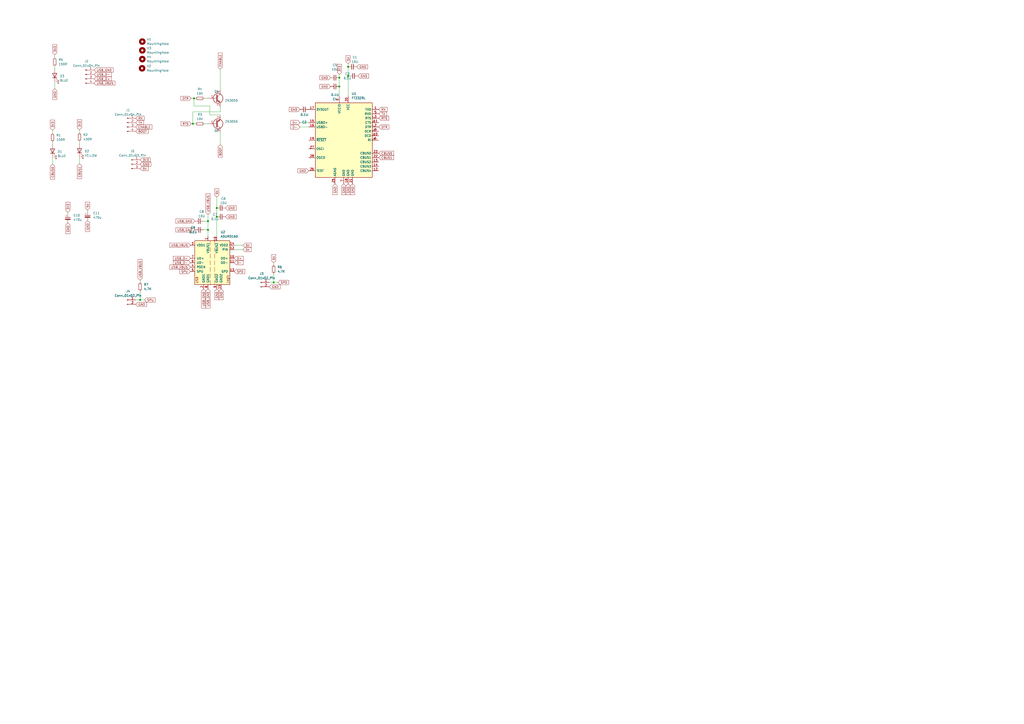
<source format=kicad_sch>
(kicad_sch (version 20231120) (generator "eeschema") (generator_version "8.0")
  (paper "A2")
  (lib_symbols
    (symbol "Connector:Conn_01x02_Pin" (pin_names (offset 1.016) hide)
      (property "Reference" "J" (at 0 2.54 0))
      (property "Value" "Conn_01x02_Pin" (at 0 -5.08 0))
      (symbol "Conn_01x02_Pin_1_1"
        (polyline (pts (xy 1.27 -2.54) (xy 0.8636 -2.54)) (stroke (width 0.1524)))
        (polyline (pts (xy 1.27 0) (xy 0.8636 0)) (stroke (width 0.1524)))
        (rectangle (start 0.8636 -2.413) (end 0 -2.667) (stroke (width 0.1524)) (fill (type outline)))
        (rectangle (start 0.8636 0.127) (end 0 -0.127) (stroke (width 0.1524)) (fill (type outline)))
        (pin passive line (at 5.08 0 180) (length 3.81) (name "Pin_1") (number "1"))
        (pin passive line (at 5.08 -2.54 180) (length 3.81) (name "Pin_2") (number "2"))
      )
    )
    (symbol "Connector:Conn_01x03_Pin" (pin_names (offset 1.016) hide)
      (property "Reference" "J" (at 0 5.08 0))
      (property "Value" "Conn_01x03_Pin" (at 0 -5.08 0))
      (symbol "Conn_01x03_Pin_1_1"
        (polyline (pts (xy 1.27 -2.54) (xy 0.8636 -2.54)) (stroke (width 0.1524)))
        (polyline (pts (xy 1.27 0) (xy 0.8636 0)) (stroke (width 0.1524)))
        (polyline (pts (xy 1.27 2.54) (xy 0.8636 2.54)) (stroke (width 0.1524)))
        (rectangle (start 0.8636 -2.413) (end 0 -2.667) (stroke (width 0.1524)) (fill (type outline)))
        (rectangle (start 0.8636 0.127) (end 0 -0.127) (stroke (width 0.1524)) (fill (type outline)))
        (rectangle (start 0.8636 2.667) (end 0 2.413) (stroke (width 0.1524)) (fill (type outline)))
        (pin passive line (at 5.08 2.54 180) (length 3.81) (name "Pin_1") (number "1"))
        (pin passive line (at 5.08 0 180) (length 3.81) (name "Pin_2") (number "2"))
        (pin passive line (at 5.08 -2.54 180) (length 3.81) (name "Pin_3") (number "3"))
      )
    )
    (symbol "Connector:Conn_01x04_Pin" (pin_names (offset 1.016) hide)
      (property "Reference" "J" (at 0 5.08 0))
      (property "Value" "Conn_01x04_Pin" (at 0 -7.62 0))
      (symbol "Conn_01x04_Pin_1_1"
        (polyline (pts (xy 1.27 -5.08) (xy 0.8636 -5.08)) (stroke (width 0.1524)))
        (polyline (pts (xy 1.27 -2.54) (xy 0.8636 -2.54)) (stroke (width 0.1524)))
        (polyline (pts (xy 1.27 0) (xy 0.8636 0)) (stroke (width 0.1524)))
        (polyline (pts (xy 1.27 2.54) (xy 0.8636 2.54)) (stroke (width 0.1524)))
        (rectangle (start 0.8636 -4.953) (end 0 -5.207) (stroke (width 0.1524)) (fill (type outline)))
        (rectangle (start 0.8636 -2.413) (end 0 -2.667) (stroke (width 0.1524)) (fill (type outline)))
        (rectangle (start 0.8636 0.127) (end 0 -0.127) (stroke (width 0.1524)) (fill (type outline)))
        (rectangle (start 0.8636 2.667) (end 0 2.413) (stroke (width 0.1524)) (fill (type outline)))
        (pin passive line (at 5.08 2.54 180) (length 3.81) (name "Pin_1") (number "1"))
        (pin passive line (at 5.08 0 180) (length 3.81) (name "Pin_2") (number "2"))
        (pin passive line (at 5.08 -2.54 180) (length 3.81) (name "Pin_3") (number "3"))
        (pin passive line (at 5.08 -5.08 180) (length 3.81) (name "Pin_4") (number "4"))
      )
    )
    (symbol "Device:C_Polarized_Small" (pin_numbers hide) (pin_names (offset 0.254) hide)
      (property "Reference" "C" (at 0.254 1.778 0))
      (property "Value" "C_Polarized_Small" (at 0.254 -2.032 0))
      (symbol "C_Polarized_Small_0_1"
        (rectangle (start -1.524 -0.3048) (end 1.524 -0.6858) (fill (type outline)))
        (rectangle (start -1.524 0.6858) (end 1.524 0.3048))
        (polyline (pts (xy -1.27 1.524) (xy -0.762 1.524)))
        (polyline (pts (xy -1.016 1.27) (xy -1.016 1.778)))
      )
      (symbol "C_Polarized_Small_1_1"
        (pin passive line (at 0 2.54 270) (length 1.8542) (name "~") (number "1"))
        (pin passive line (at 0 -2.54 90) (length 1.8542) (name "~") (number "2"))
      )
    )
    (symbol "Device:C_Small" (pin_numbers hide) (pin_names (offset 0.254) hide)
      (property "Reference" "C" (at 0.254 1.778 0))
      (property "Value" "C_Small" (at 0.254 -2.032 0))
      (symbol "C_Small_0_1"
        (polyline (pts (xy -1.524 -0.508) (xy 1.524 -0.508)) (stroke (width 0.3302)))
        (polyline (pts (xy -1.524 0.508) (xy 1.524 0.508)) (stroke (width 0.3048)))
      )
      (symbol "C_Small_1_1"
        (pin passive line (at 0 2.54 270) (length 2.032) (name "~") (number "1"))
        (pin passive line (at 0 -2.54 90) (length 2.032) (name "~") (number "2"))
      )
    )
    (symbol "Device:LED" (pin_numbers hide) (pin_names (offset 1.016) hide)
      (property "Reference" "D" (at 0 2.54 0))
      (property "Value" "LED" (at 0 -2.54 0))
      (symbol "LED_0_1"
        (polyline (pts (xy -1.27 -1.27) (xy -1.27 1.27)) (stroke (width 0.254)))
        (polyline (pts (xy -1.27 0) (xy 1.27 0)))
        (polyline (pts (xy 1.27 -1.27) (xy 1.27 1.27) (xy -1.27 0) (xy 1.27 -1.27)) (stroke (width 0.254)))
        (polyline (pts (xy -3.048 -0.762) (xy -4.572 -2.286) (xy -3.81 -2.286) (xy -4.572 -2.286) (xy -4.572 -1.524)))
        (polyline (pts (xy -1.778 -0.762) (xy -3.302 -2.286) (xy -2.54 -2.286) (xy -3.302 -2.286) (xy -3.302 -1.524)))
      )
      (symbol "LED_1_1"
        (pin passive line (at -3.81 0 0) (length 2.54) (name "K") (number "1"))
        (pin passive line (at 3.81 0 180) (length 2.54) (name "A") (number "2"))
      )
    )
    (symbol "Device:R_Small" (pin_numbers hide) (pin_names (offset 0.254) hide)
      (property "Reference" "R" (at 0.762 0.508 0))
      (property "Value" "R_Small" (at 0.762 -1.016 0))
      (symbol "R_Small_0_1"
        (rectangle (start -0.762 1.778) (end 0.762 -1.778) (stroke (width 0.2032)))
      )
      (symbol "R_Small_1_1"
        (pin passive line (at 0 2.54 270) (length 0.762) (name "~") (number "1"))
        (pin passive line (at 0 -2.54 90) (length 0.762) (name "~") (number "2"))
      )
    )
    (symbol "Interface_USB:ADUM3160" (pin_names (offset 1.016))
      (property "Reference" "U" (at -10.16 13.97 0))
      (property "Value" "ADUM3160" (at 3.81 13.97 0))
      (symbol "ADUM3160_0_0"
        (text "Logic" (at 8.89 -12.065 900) (effects (font (size 1.27 1.27)) (justify left)))
      )
      (symbol "ADUM3160_0_1"
        (rectangle (start -10.16 12.7) (end 10.16 -12.7) (stroke (width 0.254)) (fill (type background)))
        (polyline (pts (xy -1.27 -10.16) (xy -1.27 -12.7)))
        (polyline (pts (xy -1.27 -6.35) (xy -1.27 -8.89)))
        (polyline (pts (xy -1.27 -2.54) (xy -1.27 -5.08)))
        (polyline (pts (xy -1.27 1.27) (xy -1.27 -1.27)))
        (polyline (pts (xy -1.27 5.08) (xy -1.27 2.54)))
        (polyline (pts (xy -1.27 8.89) (xy -1.27 6.35)))
        (polyline (pts (xy -1.27 12.7) (xy -1.27 10.16)))
        (polyline (pts (xy 1.27 -10.16) (xy 1.27 -12.7)))
        (polyline (pts (xy 1.27 -6.35) (xy 1.27 -8.89)))
        (polyline (pts (xy 1.27 -2.54) (xy 1.27 -5.08)))
        (polyline (pts (xy 1.27 1.27) (xy 1.27 -1.27)))
        (polyline (pts (xy 1.27 5.08) (xy 1.27 2.54)))
        (polyline (pts (xy 1.27 8.89) (xy 1.27 6.35)))
        (polyline (pts (xy 1.27 12.7) (xy 1.27 10.16)))
      )
      (symbol "ADUM3160_1_0"
        (text "USB" (at -8.89 -12.065 900) (effects (font (size 1.27 1.27)) (justify left)))
      )
      (symbol "ADUM3160_1_1"
        (pin power_in line (at -2.54 15.24 270) (length 2.54) (name "VBUS1") (number "1"))
        (pin bidirectional line (at 12.7 2.54 180) (length 2.54) (name "DD+") (number "10"))
        (pin bidirectional line (at 12.7 0 180) (length 2.54) (name "DD-") (number "11"))
        (pin input line (at 12.7 7.62 180) (length 2.54) (name "PIN") (number "12"))
        (pin input line (at 12.7 -5.08 180) (length 2.54) (name "SPD") (number "13"))
        (pin power_in line (at 12.7 10.16 180) (length 2.54) (name "VDD2") (number "14"))
        (pin power_in line (at 5.08 -15.24 90) (length 2.54) (name "GND2") (number "15"))
        (pin power_in line (at 2.54 15.24 270) (length 2.54) (name "VBUS2") (number "16"))
        (pin power_in line (at -5.08 -15.24 90) (length 2.54) (name "GND1") (number "2"))
        (pin power_in line (at -12.7 10.16 0) (length 2.54) (name "VDD1") (number "3"))
        (pin input line (at -12.7 -2.54 0) (length 2.54) (name "PDEN") (number "4"))
        (pin input line (at -12.7 -5.08 0) (length 2.54) (name "SPU") (number "5"))
        (pin bidirectional line (at -12.7 0 0) (length 2.54) (name "UD-") (number "6"))
        (pin bidirectional line (at -12.7 2.54 0) (length 2.54) (name "UD+") (number "7"))
        (pin power_in line (at -2.54 -15.24 90) (length 2.54) (name "GND1") (number "8"))
        (pin power_in line (at 2.54 -15.24 90) (length 2.54) (name "GND2") (number "9"))
      )
    )
    (symbol "Interface_USB:FT232RL"
      (property "Reference" "U" (at -16.51 22.86 0))
      (property "Value" "FT232RL" (at 10.16 22.86 0))
      (symbol "FT232RL_0_1"
        (rectangle (start -16.51 21.59) (end 16.51 -21.59) (stroke (width 0.254)) (fill (type background)))
      )
      (symbol "FT232RL_1_1"
        (pin output line (at 20.32 17.78 180) (length 3.81) (name "TXD") (number "1"))
        (pin input input_low (at 20.32 2.54 180) (length 3.81) (name "DCD") (number "10"))
        (pin input input_low (at 20.32 10.16 180) (length 3.81) (name "CTS") (number "11"))
        (pin bidirectional line (at 20.32 -17.78 180) (length 3.81) (name "CBUS4") (number "12"))
        (pin bidirectional line (at 20.32 -12.7 180) (length 3.81) (name "CBUS2") (number "13"))
        (pin bidirectional line (at 20.32 -15.24 180) (length 3.81) (name "CBUS3") (number "14"))
        (pin bidirectional line (at -20.32 10.16 0) (length 3.81) (name "USBD+") (number "15"))
        (pin bidirectional line (at -20.32 7.62 0) (length 3.81) (name "USBD-") (number "16"))
        (pin power_out line (at -20.32 17.78 0) (length 3.81) (name "3V3OUT") (number "17"))
        (pin power_in line (at 2.54 -25.4 90) (length 3.81) (name "GND") (number "18"))
        (pin input line (at -20.32 0 0) (length 3.81) (name "~{RESET}") (number "19"))
        (pin output output_low (at 20.32 7.62 180) (length 3.81) (name "DTR") (number "2"))
        (pin power_in line (at 2.54 25.4 270) (length 3.81) (name "VCC") (number "20"))
        (pin power_in line (at 5.08 -25.4 90) (length 3.81) (name "GND") (number "21"))
        (pin bidirectional line (at 20.32 -10.16 180) (length 3.81) (name "CBUS1") (number "22"))
        (pin bidirectional line (at 20.32 -7.62 180) (length 3.81) (name "CBUS0") (number "23"))
        (pin power_in line (at -5.08 -25.4 90) (length 3.81) (name "AGND") (number "25"))
        (pin input line (at -20.32 -17.78 0) (length 3.81) (name "TEST") (number "26"))
        (pin input line (at -20.32 -5.08 0) (length 3.81) (name "OSCI") (number "27"))
        (pin output line (at -20.32 -10.16 0) (length 3.81) (name "OSCO") (number "28"))
        (pin output output_low (at 20.32 12.7 180) (length 3.81) (name "RTS") (number "3"))
        (pin power_in line (at -2.54 25.4 270) (length 3.81) (name "VCCIO") (number "4"))
        (pin input line (at 20.32 15.24 180) (length 3.81) (name "RXD") (number "5"))
        (pin input input_low (at 20.32 0 180) (length 3.81) (name "RI") (number "6"))
        (pin power_in line (at 0 -25.4 90) (length 3.81) (name "GND") (number "7"))
        (pin input input_low (at 20.32 5.08 180) (length 3.81) (name "DCR") (number "9"))
      )
    )
    (symbol "Mechanical:MountingHole" (pin_names (offset 1.016))
      (property "Reference" "H" (at 0 5.08 0))
      (property "Value" "MountingHole" (at 0 3.175 0))
      (symbol "MountingHole_0_1"
        (circle (center 0 0) (radius 1.27) (stroke (width 1.27)))
      )
    )
    (symbol "Transistor_BJT:2N3055" (pin_names (offset 0) hide)
      (property "Reference" "Q" (at 5.08 1.905 0))
      (property "Value" "2N3055" (at 5.08 0 0))
      (symbol "2N3055_0_1"
        (polyline (pts (xy 0.635 0.635) (xy 2.54 2.54)))
        (polyline (pts (xy 0.635 -0.635) (xy 2.54 -2.54) (xy 2.54 -2.54)))
        (polyline (pts (xy 0.635 1.905) (xy 0.635 -1.905) (xy 0.635 -1.905)) (stroke (width 0.508)))
        (polyline (pts (xy 1.27 -1.778) (xy 1.778 -1.27) (xy 2.286 -2.286) (xy 1.27 -1.778) (xy 1.27 -1.778)) (fill (type outline)))
        (circle (center 1.27 0) (radius 2.8194) (stroke (width 0.254)))
      )
      (symbol "2N3055_1_1"
        (pin input line (at -5.08 0 0) (length 5.715) (name "B") (number "1"))
        (pin passive line (at 2.54 -5.08 90) (length 2.54) (name "E") (number "2"))
        (pin passive line (at 2.54 5.08 270) (length 2.54) (name "C") (number "3"))
      )
    )
  )
  (junction (at 111.8931 71.7787))
  (junction (at 125.73 120.65))
  (junction (at 201.93 44.069))
  (junction (at 158.75 163.83))
  (junction (at 201.93 38.735))
  (junction (at 120.65 128.27))
  (junction (at 81.28 173.99))
  (junction (at 196.85 45.085))
  (junction (at 125.73 125.73))
  (junction (at 120.65 133.35))
  (junction (at 196.85 50.165))
  (junction (at 112.5281 57.0467))
  (wire (pts (xy 46.101 94.996) (xy 46.101 91.186)))
  (wire (pts (xy 121.6721 66.6987) (xy 121.6721 61.4917)))
  (wire (pts (xy 120.65 128.27) (xy 120.65 133.35)))
  (wire (pts (xy 173.99 73.66) (xy 179.07 73.66)))
  (wire (pts (xy 202.565 44.069) (xy 201.93 44.069)))
  (wire (pts (xy 30.48 77.216) (xy 30.48 75.565)))
  (wire (pts (xy 196.85 45.085) (xy 196.85 50.165)))
  (wire (pts (xy 46.101 83.566) (xy 46.101 82.042)))
  (wire (pts (xy 125.73 120.65) (xy 125.73 125.73)))
  (wire (pts (xy 30.48 95.25) (xy 30.48 91.44)))
  (wire (pts (xy 30.48 83.82) (xy 30.48 82.296)))
  (wire (pts (xy 111.8931 64.9207) (xy 127.7681 64.9207)))
  (wire (pts (xy 173.99 71.12) (xy 179.07 71.12)))
  (wire (pts (xy 31.75 40.005) (xy 31.75 38.481)))
  (wire (pts (xy 127.7681 40.1557) (xy 127.7681 51.9667)))
  (wire (pts (xy 158.75 158.75) (xy 158.75 163.83)))
  (wire (pts (xy 112.5281 57.0467) (xy 113.4171 57.0467)))
  (wire (pts (xy 31.75 33.401) (xy 31.75 31.75)))
  (wire (pts (xy 118.4971 57.0467) (xy 120.1481 57.0467)))
  (wire (pts (xy 140.97 144.78) (xy 135.89 144.78)))
  (wire (pts (xy 196.85 43.18) (xy 196.85 45.085)))
  (wire (pts (xy 161.29 163.83) (xy 158.75 163.83)))
  (wire (pts (xy 31.75 51.435) (xy 31.75 47.625)))
  (wire (pts (xy 158.75 163.83) (xy 156.21 163.83)))
  (wire (pts (xy 120.65 133.35) (xy 120.65 137.16)))
  (wire (pts (xy 81.28 162.56) (xy 81.28 163.83)))
  (wire (pts (xy 112.5281 57.0467) (xy 112.5281 61.4917)))
  (wire (pts (xy 118.11 133.35) (xy 120.65 133.35)))
  (wire (pts (xy 81.28 168.91) (xy 81.28 173.99)))
  (wire (pts (xy 46.101 76.962) (xy 46.101 75.311)))
  (wire (pts (xy 50.8 121.92) (xy 50.8 122.936)))
  (wire (pts (xy 127.7681 62.1267) (xy 127.7681 64.9207)))
  (wire (pts (xy 111.8931 71.7787) (xy 113.4171 71.7787)))
  (wire (pts (xy 201.93 44.069) (xy 201.93 55.88)))
  (wire (pts (xy 110.8771 71.7787) (xy 111.8931 71.7787)))
  (wire (pts (xy 158.75 152.4) (xy 158.75 153.67)))
  (wire (pts (xy 111.8931 64.9207) (xy 111.8931 71.7787)))
  (wire (pts (xy 125.73 125.73) (xy 125.73 137.16)))
  (wire (pts (xy 125.73 114.3) (xy 125.73 120.65)))
  (wire (pts (xy 39.37 123.19) (xy 39.37 124.206)))
  (wire (pts (xy 83.82 173.99) (xy 81.28 173.99)))
  (wire (pts (xy 81.28 173.99) (xy 78.74 173.99)))
  (wire (pts (xy 120.65 124.46) (xy 120.65 128.27)))
  (wire (pts (xy 140.97 142.24) (xy 135.89 142.24)))
  (wire (pts (xy 110.8771 57.0467) (xy 112.5281 57.0467)))
  (wire (pts (xy 196.85 50.165) (xy 196.85 55.88)))
  (wire (pts (xy 201.93 38.735) (xy 201.93 44.069)))
  (wire (pts (xy 201.93 36.957) (xy 201.93 38.735)))
  (wire (pts (xy 127.7681 76.8587) (xy 127.7681 83.9707)))
  (wire (pts (xy 118.11 128.27) (xy 120.65 128.27)))
  (wire (pts (xy 112.5281 61.4917) (xy 121.6721 61.4917)))
  (wire (pts (xy 127.7681 66.6987) (xy 121.6721 66.6987)))
  (wire (pts (xy 118.4971 71.7787) (xy 120.1481 71.7787)))
  (global_label "GND" (shape input) (at 31.75 51.435 270) (property "Intersheetrefs" "${INTERSHEET_REFS}" (effects (hide yes))))
  (global_label "3V3" (shape input) (at 39.37 123.19 90) (property "Intersheetrefs" "${INTERSHEET_REFS}" (effects (hide yes))))
  (global_label "GND" (shape input) (at 194.31 106.68 270) (property "Intersheetrefs" "${INTERSHEET_REFS}" (effects (hide yes))))
  (global_label "USB_D-" (shape input) (at 54.61 43.18 0) (property "Intersheetrefs" "${INTERSHEET_REFS}" (effects (hide yes))))
  (global_label "DTR" (shape input) (at 110.8771 57.0467 180) (property "Intersheetrefs" "${INTERSHEET_REFS}" (effects (hide yes))))
  (global_label "CBUS1" (shape input) (at 219.71 91.44 0) (property "Intersheetrefs" "${INTERSHEET_REFS}" (effects (hide yes))))
  (global_label "USB_GND" (shape input) (at 113.03 128.27 180) (property "Intersheetrefs" "${INTERSHEET_REFS}" (effects (hide yes))))
  (global_label "RX" (shape input) (at 219.71 63.5 0) (property "Intersheetrefs" "${INTERSHEET_REFS}" (effects (hide yes))))
  (global_label "3V3" (shape input) (at 196.85 43.18 90) (property "Intersheetrefs" "${INTERSHEET_REFS}" (effects (hide yes))))
  (global_label "3V3" (shape input) (at 81.28 92.71 0) (property "Intersheetrefs" "${INTERSHEET_REFS}" (effects (hide yes))))
  (global_label "GND" (shape input) (at 207.01 38.735 0) (property "Intersheetrefs" "${INTERSHEET_REFS}" (effects (hide yes))))
  (global_label "RTS" (shape input) (at 110.8771 71.7787 180) (property "Intersheetrefs" "${INTERSHEET_REFS}" (effects (hide yes))))
  (global_label "GND" (shape input) (at 179.07 99.06 180) (property "Intersheetrefs" "${INTERSHEET_REFS}" (effects (hide yes))))
  (global_label "GND" (shape input) (at 130.81 120.65 0) (property "Intersheetrefs" "${INTERSHEET_REFS}" (effects (hide yes))))
  (global_label "ENABLE" (shape input) (at 127.7681 40.1557 90) (property "Intersheetrefs" "${INTERSHEET_REFS}" (effects (hide yes))))
  (global_label "GND" (shape input) (at 128.27 167.64 270) (property "Intersheetrefs" "${INTERSHEET_REFS}" (effects (hide yes))))
  (global_label "5V" (shape input) (at 201.93 36.957 90) (property "Intersheetrefs" "${INTERSHEET_REFS}" (effects (hide yes))))
  (global_label "RTS" (shape input) (at 219.71 68.58 0) (property "Intersheetrefs" "${INTERSHEET_REFS}" (effects (hide yes))))
  (global_label "3V3" (shape input) (at 46.101 75.311 90) (property "Intersheetrefs" "${INTERSHEET_REFS}" (effects (hide yes))))
  (global_label "TX" (shape input) (at 219.71 66.04 0) (property "Intersheetrefs" "${INTERSHEET_REFS}" (effects (hide yes))))
  (global_label "BOOT" (shape input) (at 78.74 76.2 0) (property "Intersheetrefs" "${INTERSHEET_REFS}" (effects (hide yes))))
  (global_label "USB_GND" (shape input) (at 113.03 133.35 180) (property "Intersheetrefs" "${INTERSHEET_REFS}" (effects (hide yes))))
  (global_label "5V" (shape input) (at 125.73 114.3 90) (property "Intersheetrefs" "${INTERSHEET_REFS}" (effects (hide yes))))
  (global_label "CBUS1" (shape input) (at 46.101 94.996 270) (property "Intersheetrefs" "${INTERSHEET_REFS}" (effects (hide yes))))
  (global_label "USB_D+" (shape input) (at 54.61 45.72 0) (property "Intersheetrefs" "${INTERSHEET_REFS}" (effects (hide yes))))
  (global_label "D+" (shape input) (at 135.89 149.86 0) (property "Intersheetrefs" "${INTERSHEET_REFS}" (effects (hide yes))))
  (global_label "5V" (shape input) (at 140.97 142.24 0) (property "Intersheetrefs" "${INTERSHEET_REFS}" (effects (hide yes))))
  (global_label "USB_D-" (shape input) (at 110.49 152.4 180) (property "Intersheetrefs" "${INTERSHEET_REFS}" (effects (hide yes))))
  (global_label "5V" (shape input) (at 158.75 152.4 90) (property "Intersheetrefs" "${INTERSHEET_REFS}" (effects (hide yes))))
  (global_label "GND" (shape input) (at 199.39 106.68 270) (property "Intersheetrefs" "${INTERSHEET_REFS}" (effects (hide yes))))
  (global_label "GND" (shape input) (at 81.28 95.25 0) (property "Intersheetrefs" "${INTERSHEET_REFS}" (effects (hide yes))))
  (global_label "GND" (shape input) (at 201.93 106.68 270) (property "Intersheetrefs" "${INTERSHEET_REFS}" (effects (hide yes))))
  (global_label "3V3" (shape input) (at 31.75 31.75 90) (property "Intersheetrefs" "${INTERSHEET_REFS}" (effects (hide yes))))
  (global_label "TX" (shape input) (at 78.74 71.12 0) (property "Intersheetrefs" "${INTERSHEET_REFS}" (effects (hide yes))))
  (global_label "GND" (shape input) (at 39.37 129.286 270) (property "Intersheetrefs" "${INTERSHEET_REFS}" (effects (hide yes))))
  (global_label "SPU" (shape input) (at 110.49 157.48 180) (property "Intersheetrefs" "${INTERSHEET_REFS}" (effects (hide yes))))
  (global_label "USB_GND" (shape input) (at 118.11 167.64 270) (property "Intersheetrefs" "${INTERSHEET_REFS}" (effects (hide yes))))
  (global_label "USB_VBUS" (shape input) (at 81.28 162.56 90) (property "Intersheetrefs" "${INTERSHEET_REFS}" (effects (hide yes))))
  (global_label "USB_VBUS" (shape input) (at 54.61 48.26 0) (property "Intersheetrefs" "${INTERSHEET_REFS}" (effects (hide yes))))
  (global_label "GND" (shape input) (at 207.645 44.069 0) (property "Intersheetrefs" "${INTERSHEET_REFS}" (effects (hide yes))))
  (global_label "5V" (shape input) (at 140.97 144.78 0) (property "Intersheetrefs" "${INTERSHEET_REFS}" (effects (hide yes))))
  (global_label "SPD" (shape input) (at 135.89 157.48 0) (property "Intersheetrefs" "${INTERSHEET_REFS}" (effects (hide yes))))
  (global_label "5V" (shape input) (at 81.28 97.79 0) (property "Intersheetrefs" "${INTERSHEET_REFS}" (effects (hide yes))))
  (global_label "GND" (shape input) (at 191.77 45.085 180) (property "Intersheetrefs" "${INTERSHEET_REFS}" (effects (hide yes))))
  (global_label "GND" (shape input) (at 125.73 167.64 270) (property "Intersheetrefs" "${INTERSHEET_REFS}" (effects (hide yes))))
  (global_label "3V3" (shape input) (at 30.48 75.565 90) (property "Intersheetrefs" "${INTERSHEET_REFS}" (effects (hide yes))))
  (global_label "USB_GND" (shape input) (at 54.61 40.64 0) (property "Intersheetrefs" "${INTERSHEET_REFS}" (effects (hide yes))))
  (global_label "GND" (shape input) (at 156.21 166.37 0) (property "Intersheetrefs" "${INTERSHEET_REFS}" (effects (hide yes))))
  (global_label "BOOT" (shape input) (at 127.7681 83.9707 270) (property "Intersheetrefs" "${INTERSHEET_REFS}" (effects (hide yes))))
  (global_label "GND" (shape input) (at 130.81 125.73 0) (property "Intersheetrefs" "${INTERSHEET_REFS}" (effects (hide yes))))
  (global_label "GND" (shape input) (at 173.99 63.5 180) (property "Intersheetrefs" "${INTERSHEET_REFS}" (effects (hide yes))))
  (global_label "5V" (shape input) (at 50.8 121.92 90) (property "Intersheetrefs" "${INTERSHEET_REFS}" (effects (hide yes))))
  (global_label "CBUS0" (shape input) (at 219.71 88.9 0) (property "Intersheetrefs" "${INTERSHEET_REFS}" (effects (hide yes))))
  (global_label "DTR" (shape input) (at 219.71 73.66 0) (property "Intersheetrefs" "${INTERSHEET_REFS}" (effects (hide yes))))
  (global_label "SPD" (shape input) (at 161.29 163.83 0) (property "Intersheetrefs" "${INTERSHEET_REFS}" (effects (hide yes))))
  (global_label "CBUS0" (shape input) (at 30.48 95.25 270) (property "Intersheetrefs" "${INTERSHEET_REFS}" (effects (hide yes))))
  (global_label "USB_VBUS" (shape input) (at 120.65 124.46 90) (property "Intersheetrefs" "${INTERSHEET_REFS}" (effects (hide yes))))
  (global_label "GND" (shape input) (at 204.47 106.68 270) (property "Intersheetrefs" "${INTERSHEET_REFS}" (effects (hide yes))))
  (global_label "GND" (shape input) (at 50.8 128.016 270) (property "Intersheetrefs" "${INTERSHEET_REFS}" (effects (hide yes))))
  (global_label "RX" (shape input) (at 78.74 68.58 0) (property "Intersheetrefs" "${INTERSHEET_REFS}" (effects (hide yes))))
  (global_label "SPU" (shape input) (at 83.82 173.99 0) (property "Intersheetrefs" "${INTERSHEET_REFS}" (effects (hide yes))))
  (global_label "ENABLE" (shape input) (at 78.74 73.66 0) (property "Intersheetrefs" "${INTERSHEET_REFS}" (effects (hide yes))))
  (global_label "USB_VBUS" (shape input) (at 110.49 154.94 180) (property "Intersheetrefs" "${INTERSHEET_REFS}" (effects (hide yes))))
  (global_label "GND" (shape input) (at 191.77 50.165 180) (property "Intersheetrefs" "${INTERSHEET_REFS}" (effects (hide yes))))
  (global_label "GND" (shape input) (at 78.74 176.53 0) (property "Intersheetrefs" "${INTERSHEET_REFS}" (effects (hide yes))))
  (global_label "D-" (shape input) (at 173.99 73.66 180) (property "Intersheetrefs" "${INTERSHEET_REFS}" (effects (hide yes))))
  (global_label "D-" (shape input) (at 135.89 152.4 0) (property "Intersheetrefs" "${INTERSHEET_REFS}" (effects (hide yes))))
  (global_label "USB_D+" (shape input) (at 110.49 149.86 180) (property "Intersheetrefs" "${INTERSHEET_REFS}" (effects (hide yes))))
  (global_label "USB_GND" (shape input) (at 120.65 167.64 270) (property "Intersheetrefs" "${INTERSHEET_REFS}" (effects (hide yes))))
  (global_label "D+" (shape input) (at 173.99 71.12 180) (property "Intersheetrefs" "${INTERSHEET_REFS}" (effects (hide yes))))
  (global_label "USB_VBUS" (shape input) (at 110.49 142.24 180) (property "Intersheetrefs" "${INTERSHEET_REFS}" (effects (hide yes))))
  (symbol (lib_id "Device:C_Polarized_Small") (at 39.37 126.746 0) (unit 1)
    (property "Reference" "C10" (at 42.545 124.9299 0) (effects (justify left)))
    (property "Value" "470u" (at 42.545 127.4699 0) (effects (justify left)))
    (property "Footprint" "Capacitor_THT:CP_Radial_D6.3mm_P2.50mm" (effects (hide yes)))
  )
  (symbol (lib_id "Device:LED") (at 46.101 87.376 90) (unit 1)
    (property "Reference" "D2" (at 49.022 87.6934 90) (effects (justify right)))
    (property "Value" "YELLOW" (at 49.022 90.2334 90) (effects (justify right)))
    (property "Footprint" "LED_SMD:LED_0603_1608Metric_Pad1.05x0.95mm_HandSolder" (effects (hide yes)))
    (property "LCSC" "XL-1608UBC-04" (effects (hide yes)))
  )
  (symbol (lib_id "Device:R_Small") (at 31.75 35.941 0) (unit 1)
    (property "Reference" "R5" (at 33.909 34.6709 0) (effects (justify left)))
    (property "Value" "150R" (at 33.909 37.2109 0) (effects (justify left)))
    (property "Footprint" "Resistor_SMD:R_0603_1608Metric_Pad0.98x0.95mm_HandSolder" (effects (hide yes)))
  )
  (symbol (lib_id "Device:C_Small") (at 115.57 128.27 90) (unit 1)
    (property "Reference" "C8" (at 116.967 122.809 90))
    (property "Value" "10U" (at 116.967 125.349 90))
    (property "Footprint" "Capacitor_SMD:C_1206_3216Metric_Pad1.33x1.80mm_HandSolder" (effects (hide yes)))
  )
  (symbol (lib_id "Mechanical:MountingHole") (at 82.55 34.29 0) (unit 1)
    (property "Reference" "H4" (at 85.09 33.0199 0) (effects (justify left)))
    (property "Value" "MountingHole" (at 85.09 35.5599 0) (effects (justify left)))
    (property "Footprint" "MountingHole:MountingHole_3.2mm_M3_DIN965_Pad_TopOnly" (effects (hide yes)))
  )
  (symbol (lib_id "Transistor_BJT:2N3055") (at 125.2281 57.0467 0) (unit 1)
    (property "Reference" "Q1" (at 124.3391 53.1097 0) (effects (justify left)))
    (property "Value" "2N3055" (at 130.4351 58.3166 0) (effects (justify left)))
    (property "Footprint" "Package_TO_SOT_SMD:TSOT-23" (effects (hide yes)))
    (property "Datasheet" "http://www.onsemi.com/pub_link/Collateral/2N3055-D.PDF" (effects (hide yes)))
  )
  (symbol (lib_id "Connector:Conn_01x02_Pin") (at 151.13 163.83 0) (unit 1)
    (property "Reference" "J3" (at 151.765 158.75 0))
    (property "Value" "Conn_01x02_Pin" (at 151.765 161.29 0))
    (property "Footprint" "Connector_PinHeader_2.54mm:PinHeader_1x02_P2.54mm_Vertical" (effects (hide yes)))
    (property "Description" "Generic connector, single row, 01x02, script generated" (effects (hide yes)))
  )
  (symbol (lib_id "Device:R_Small") (at 30.48 79.756 0) (unit 1)
    (property "Reference" "R1" (at 32.639 78.4859 0) (effects (justify left)))
    (property "Value" "150R" (at 32.639 81.0259 0) (effects (justify left)))
    (property "Footprint" "Resistor_SMD:R_0603_1608Metric_Pad0.98x0.95mm_HandSolder" (effects (hide yes)))
  )
  (symbol (lib_id "Device:LED") (at 31.75 43.815 90) (unit 1)
    (property "Reference" "D3" (at 34.671 44.1324 90) (effects (justify right)))
    (property "Value" "BLUE" (at 34.671 46.6724 90) (effects (justify right)))
    (property "Footprint" "LED_SMD:LED_0603_1608Metric_Pad1.05x0.95mm_HandSolder" (effects (hide yes)))
    (property "LCSC" "XL-1608UBC-04" (effects (hide yes)))
  )
  (symbol (lib_id "Interface_USB:FT232RL") (at 199.39 81.28 0) (unit 1)
    (property "Reference" "U1" (at 203.9494 54.356 0) (effects (justify left)))
    (property "Value" "FT232RL" (at 203.9494 56.896 0) (effects (justify left)))
    (property "Footprint" "Package_SO:SSOP-28_5.3x10.2mm_P0.65mm" (effects (hide yes)))
    (property "Datasheet" "https://www.ftdichip.com/Support/Documents/DataSheets/ICs/DS_FT232R.pdf" (effects (hide yes)))
  )
  (symbol (lib_id "Device:R_Small") (at 46.101 79.502 0) (unit 1)
    (property "Reference" "R2" (at 48.26 78.2319 0) (effects (justify left)))
    (property "Value" "430R" (at 48.26 80.7719 0) (effects (justify left)))
    (property "Footprint" "Resistor_SMD:R_0603_1608Metric_Pad0.98x0.95mm_HandSolder" (effects (hide yes)))
  )
  (symbol (lib_id "Connector:Conn_01x03_Pin") (at 76.2 95.25 0) (unit 1)
    (property "Reference" "J5" (at 76.835 87.63 0))
    (property "Value" "Conn_01x03_Pin" (at 76.835 90.17 0))
    (property "Footprint" "Connector_JST:JST_PH_B3B-PH-K_1x03_P2.00mm_Vertical" (effects (hide yes)))
    (property "Description" "Generic connector, single row, 01x03, script generated" (effects (hide yes)))
  )
  (symbol (lib_id "Device:C_Small") (at 128.27 120.65 90) (unit 1)
    (property "Reference" "C6" (at 129.667 115.189 90))
    (property "Value" "10U" (at 129.667 117.729 90))
    (property "Footprint" "Capacitor_SMD:C_1206_3216Metric_Pad1.33x1.80mm_HandSolder" (effects (hide yes)))
  )
  (symbol (lib_id "Device:C_Polarized_Small") (at 50.8 125.476 0) (unit 1)
    (property "Reference" "C11" (at 53.975 123.6599 0) (effects (justify left)))
    (property "Value" "470u" (at 53.975 126.1999 0) (effects (justify left)))
    (property "Footprint" "Capacitor_THT:CP_Radial_D6.3mm_P2.50mm" (effects (hide yes)))
  )
  (symbol (lib_id "Device:C_Small") (at 194.31 50.165 270) (unit 1)
    (property "Reference" "C4" (at 194.3037 57.531 90))
    (property "Value" "0.1U" (at 194.3037 54.991 90))
    (property "Footprint" "Capacitor_SMD:C_0805_2012Metric_Pad1.18x1.45mm_HandSolder" (effects (hide yes)))
  )
  (symbol (lib_id "Transistor_BJT:2N3055") (at 125.2281 71.7787 0) (mirror x) (unit 1)
    (property "Reference" "Q2" (at 124.3391 75.7157 0) (effects (justify left)))
    (property "Value" "2N3055" (at 130.4351 70.5088 0) (effects (justify left)))
    (property "Footprint" "Package_TO_SOT_SMD:TSOT-23" (effects (hide yes)))
    (property "Datasheet" "http://www.onsemi.com/pub_link/Collateral/2N3055-D.PDF" (effects (hide yes)))
  )
  (symbol (lib_id "Device:R_Small") (at 158.75 156.21 0) (unit 1)
    (property "Reference" "R6" (at 160.909 154.9399 0) (effects (justify left)))
    (property "Value" "4.7K" (at 160.909 157.4799 0) (effects (justify left)))
    (property "Footprint" "Resistor_SMD:R_0603_1608Metric_Pad0.98x0.95mm_HandSolder" (effects (hide yes)))
  )
  (symbol (lib_id "Device:C_Small") (at 194.31 45.085 270) (unit 1)
    (property "Reference" "C5" (at 194.3036 37.719 90))
    (property "Value" "10U" (at 194.3036 40.259 90))
    (property "Footprint" "Capacitor_SMD:C_1206_3216Metric_Pad1.33x1.80mm_HandSolder" (effects (hide yes)))
  )
  (symbol (lib_id "Device:R_Small") (at 81.28 166.37 0) (unit 1)
    (property "Reference" "R7" (at 83.439 165.0999 0) (effects (justify left)))
    (property "Value" "4.7K" (at 83.439 167.6399 0) (effects (justify left)))
    (property "Footprint" "Resistor_SMD:R_0603_1608Metric_Pad0.98x0.95mm_HandSolder" (effects (hide yes)))
  )
  (symbol (lib_id "Connector:Conn_01x04_Pin") (at 49.53 43.18 0) (unit 1)
    (property "Reference" "J2" (at 50.165 35.56 0))
    (property "Value" "Conn_01x04_Pin" (at 50.165 38.1 0))
    (property "Footprint" "Connector_JST:JST_PH_B4B-PH-K_1x04_P2.00mm_Vertical" (effects (hide yes)))
    (property "Description" "Generic connector, single row, 01x04, script generated" (effects (hide yes)))
  )
  (symbol (lib_id "Mechanical:MountingHole") (at 82.55 29.21 0) (unit 1)
    (property "Reference" "H3" (at 85.09 27.9399 0) (effects (justify left)))
    (property "Value" "MountingHole" (at 85.09 30.4799 0) (effects (justify left)))
    (property "Footprint" "MountingHole:MountingHole_3.2mm_M3_DIN965_Pad_TopOnly" (effects (hide yes)))
  )
  (symbol (lib_id "Device:C_Small") (at 115.57 133.35 90) (unit 1)
    (property "Reference" "C9" (at 112.014 132.08 90))
    (property "Value" "0.1U" (at 112.014 134.62 90))
    (property "Footprint" "Capacitor_SMD:C_0805_2012Metric_Pad1.18x1.45mm_HandSolder" (effects (hide yes)))
  )
  (symbol (lib_id "Device:R_Small") (at 115.9571 57.0467 90) (unit 1)
    (property "Reference" "R4" (at 115.9571 51.7127 90))
    (property "Value" "10K" (at 115.9571 54.2527 90))
    (property "Footprint" "Resistor_SMD:R_0603_1608Metric_Pad0.98x0.95mm_HandSolder" (effects (hide yes)))
  )
  (symbol (lib_id "Device:C_Small") (at 205.105 44.069 90) (unit 1)
    (property "Reference" "C3" (at 201.549 42.799 90))
    (property "Value" "0.1U" (at 201.549 45.339 90))
    (property "Footprint" "Capacitor_SMD:C_0805_2012Metric_Pad1.18x1.45mm_HandSolder" (effects (hide yes)))
  )
  (symbol (lib_id "Mechanical:MountingHole") (at 82.55 24.13 0) (unit 1)
    (property "Reference" "H1" (at 85.09 22.8599 0) (effects (justify left)))
    (property "Value" "MountingHole" (at 85.09 25.3999 0) (effects (justify left)))
    (property "Footprint" "MountingHole:MountingHole_3.2mm_M3_DIN965_Pad_TopOnly" (effects (hide yes)))
  )
  (symbol (lib_id "Connector:Conn_01x02_Pin") (at 73.66 173.99 0) (unit 1)
    (property "Reference" "J4" (at 74.295 168.91 0))
    (property "Value" "Conn_01x02_Pin" (at 74.295 171.45 0))
    (property "Footprint" "Connector_PinHeader_2.54mm:PinHeader_1x02_P2.54mm_Vertical" (effects (hide yes)))
    (property "Description" "Generic connector, single row, 01x02, script generated" (effects (hide yes)))
  )
  (symbol (lib_id "Interface_USB:ADUM3160") (at 123.19 152.4 0) (unit 1)
    (property "Reference" "U2" (at 127.9241 134.62 0) (effects (justify left)))
    (property "Value" "ADUM3160" (at 127.9241 137.16 0) (effects (justify left)))
    (property "Footprint" "Package_SO:SOIC-16W_7.5x10.3mm_P1.27mm" (effects (hide yes)))
    (property "Datasheet" "https://www.analog.com/media/en/technical-documentation/data-sheets/ADuM3160.pdf" (effects (hide yes)))
    (property "Description" "Full/Low Speed, iCoupler USB Digital Isolator, 2.5kV protection" (effects (hide yes)))
    (property "Mouser" "584-ADUM3160BRWZ-R" (effects (hide yes)))
  )
  (symbol (lib_id "Mechanical:MountingHole") (at 82.423 39.624 0) (unit 1)
    (property "Reference" "H2" (at 84.963 38.3539 0) (effects (justify left)))
    (property "Value" "MountingHole" (at 84.963 40.8939 0) (effects (justify left)))
    (property "Footprint" "MountingHole:MountingHole_3.2mm_M3_DIN965_Pad_TopOnly" (effects (hide yes)))
  )
  (symbol (lib_id "Device:C_Small") (at 204.47 38.735 90) (unit 1)
    (property "Reference" "C1" (at 205.867 33.274 90))
    (property "Value" "10U" (at 205.867 35.814 90))
    (property "Footprint" "Capacitor_SMD:C_1206_3216Metric_Pad1.33x1.80mm_HandSolder" (effects (hide yes)))
  )
  (symbol (lib_id "Connector:Conn_01x04_Pin") (at 73.66 71.12 0) (unit 1)
    (property "Reference" "J1" (at 74.295 63.881 0))
    (property "Value" "Conn_01x04_Pin" (at 74.295 66.421 0))
    (property "Footprint" "Connector_JST:JST_PH_B4B-PH-K_1x04_P2.00mm_Vertical" (effects (hide yes)))
  )
  (symbol (lib_id "Device:C_Small") (at 128.27 125.73 90) (unit 1)
    (property "Reference" "C7" (at 124.714 124.46 90))
    (property "Value" "0.1U" (at 124.714 127 90))
    (property "Footprint" "Capacitor_SMD:C_0805_2012Metric_Pad1.18x1.45mm_HandSolder" (effects (hide yes)))
  )
  (symbol (lib_id "Device:LED") (at 30.48 87.63 90) (unit 1)
    (property "Reference" "D1" (at 33.401 87.9474 90) (effects (justify right)))
    (property "Value" "BLUE" (at 33.401 90.4874 90) (effects (justify right)))
    (property "Footprint" "LED_SMD:LED_0603_1608Metric_Pad1.05x0.95mm_HandSolder" (effects (hide yes)))
    (property "LCSC" "XL-1608UBC-04" (effects (hide yes)))
  )
  (symbol (lib_id "Device:R_Small") (at 115.9571 71.7787 90) (unit 1)
    (property "Reference" "R3" (at 115.9571 66.4447 90))
    (property "Value" "10K" (at 115.9571 68.9847 90))
    (property "Footprint" "Resistor_SMD:R_0603_1608Metric_Pad0.98x0.95mm_HandSolder" (effects (hide yes)))
  )
  (symbol (lib_id "Device:C_Small") (at 176.53 63.5 270) (unit 1)
    (property "Reference" "C2" (at 176.5237 70.866 90))
    (property "Value" "0.1U" (at 176.53 66.548 90))
    (property "Footprint" "Capacitor_SMD:C_0805_2012Metric_Pad1.18x1.45mm_HandSolder" (effects (hide yes)))
  )
)
</source>
